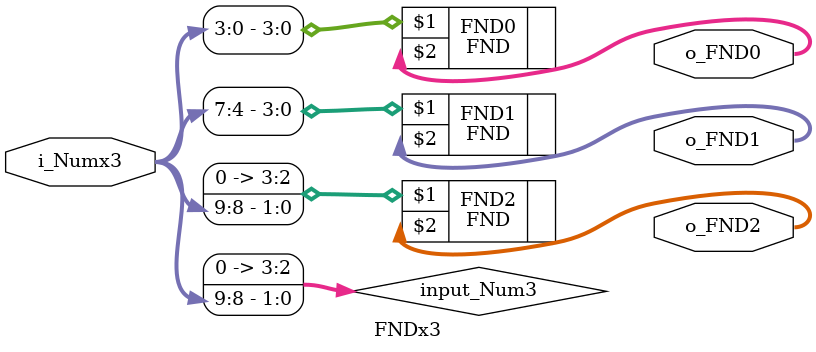
<source format=v>
module FNDx3(i_Numx3, o_FND0,o_FND1,o_FND2);
  input wire [9:0]i_Numx3;
  output wire [6:0]o_FND0;
  output wire [6:0]o_FND1;
  output wire [6:0]o_FND2;
  wire [3:0]input_Num3;
  
assign input_Num3 ={2'b0,i_Numx3[9:8]};
  
  
FND FND0(i_Numx3[3:0],o_FND0);
FND FND1(i_Numx3[7:4],o_FND1);
FND FND2(input_Num3,o_FND2);

endmodule
  



</source>
